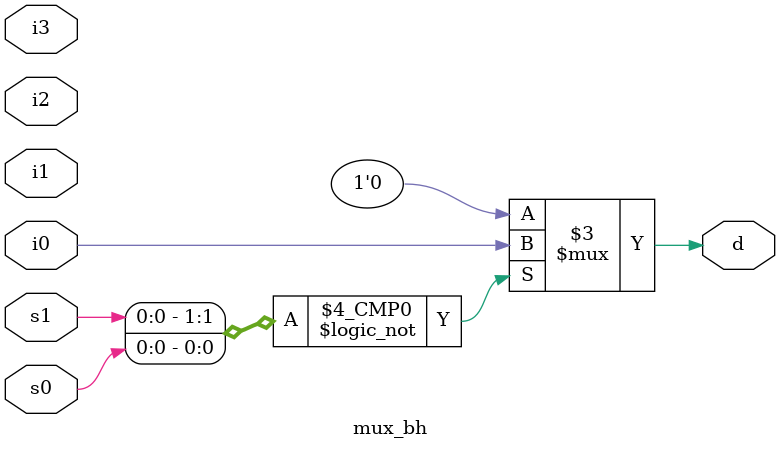
<source format=sv>

  
// assign r = a & b & c ; 
  
// endmodule



// structural model 
// module mux_st(
// Ports I/O 
//  input wire s1, 
//  input wire s0, 
//  input wire i0, 
//  input wire i1, 
//  input wire i2, 
//  input wire i3, 
//  output wire d 
// );
  
// wire r1, r2, r3, r4 ;
// and3 c1 ( ~s1,~s0, i0, r1 ) ;
  
// Your code goes here (3 cases left) 
// assign d = r1 | r2 | r3 | r4 ; 
// endmodule



// behavioral model 

module mux_bh(
// Ports I/O
  
 input wire s1, 
 input wire s0, 
 input wire i0, 
 input wire i1, 
 input wire i2, 
 input wire i3, 
 output reg d 
);
  
always @(*) begin
  
  	d = 1'b0 ;
  
	case ( {s1,s0} )

  		2'b00 : d = i0 ;
		// your code goes here (3 cases left)
      
	endcase 

end
  
endmodule

</source>
